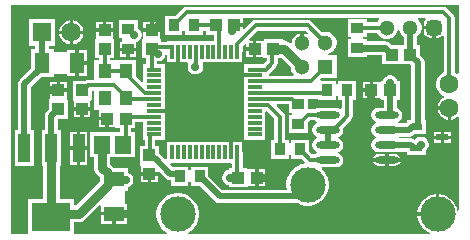
<source format=gtl>
G04*
G04 #@! TF.GenerationSoftware,Altium Limited,Altium Designer,21.8.1 (53)*
G04*
G04 Layer_Physical_Order=1*
G04 Layer_Color=794757*
%FSLAX44Y44*%
%MOMM*%
G71*
G04*
G04 #@! TF.SameCoordinates,07770754-C78C-4D38-BC67-4B072819B11E*
G04*
G04*
G04 #@! TF.FilePolarity,Positive*
G04*
G01*
G75*
%ADD11C,0.6000*%
%ADD35R,1.0000X0.6000*%
%ADD36R,1.0000X0.9000*%
%ADD37O,2.0000X0.6000*%
%ADD38R,0.9000X1.0000*%
%ADD39R,1.0000X1.0000*%
%ADD40R,1.0000X1.0000*%
%ADD41R,1.8000X1.3000*%
%ADD42R,1.0000X2.4000*%
%ADD43R,3.3000X2.4000*%
%ADD44R,1.2000X0.3000*%
%ADD45R,0.3000X1.2000*%
%ADD46R,1.1000X1.3000*%
%ADD47R,1.3000X1.8000*%
%ADD48R,1.4000X1.5000*%
%ADD49C,0.5000*%
%ADD50C,0.3000*%
%ADD51C,0.8000*%
%ADD52C,1.3000*%
G04:AMPARAMS|DCode=53|XSize=1.3mm|YSize=1.3mm|CornerRadius=0.325mm|HoleSize=0mm|Usage=FLASHONLY|Rotation=0.000|XOffset=0mm|YOffset=0mm|HoleType=Round|Shape=RoundedRectangle|*
%AMROUNDEDRECTD53*
21,1,1.3000,0.6500,0,0,0.0*
21,1,0.6500,1.3000,0,0,0.0*
1,1,0.6500,0.3250,-0.3250*
1,1,0.6500,-0.3250,-0.3250*
1,1,0.6500,-0.3250,0.3250*
1,1,0.6500,0.3250,0.3250*
%
%ADD53ROUNDEDRECTD53*%
%ADD54C,1.6000*%
%ADD55C,3.0000*%
%ADD56R,1.3000X1.3000*%
%ADD57R,1.6500X1.6500*%
%ADD58C,1.6500*%
%ADD59C,0.7000*%
G36*
X830125Y970142D02*
X829965Y970035D01*
X828805Y968298D01*
X828397Y966250D01*
Y964500D01*
X837000D01*
Y963000D01*
X838500D01*
Y954397D01*
X840250D01*
X842298Y954805D01*
X844035Y955965D01*
X844142Y956125D01*
X845412Y955740D01*
Y925053D01*
X843246Y923802D01*
X841198Y921754D01*
X839750Y919246D01*
X839000Y916448D01*
Y913552D01*
X839750Y910754D01*
X841198Y908246D01*
X843246Y906198D01*
X845051Y905156D01*
Y903689D01*
X843860Y903002D01*
X841998Y901140D01*
X840682Y898860D01*
X840049Y896500D01*
X850000D01*
Y895000D01*
X851500D01*
Y885049D01*
X853860Y885682D01*
X856140Y886998D01*
X856827Y887685D01*
X858000Y887198D01*
Y808157D01*
X856730Y808032D01*
X856347Y809959D01*
X855065Y813053D01*
X853205Y815837D01*
X850837Y818205D01*
X848053Y820065D01*
X844959Y821347D01*
X841674Y822000D01*
X841500D01*
Y805000D01*
X840000D01*
Y803500D01*
X823000D01*
Y803326D01*
X823653Y800041D01*
X824935Y796947D01*
X826795Y794163D01*
X829163Y791795D01*
X831947Y789935D01*
X833552Y789270D01*
X833300Y788000D01*
X629243D01*
X628857Y789270D01*
X631474Y791019D01*
X633982Y793526D01*
X635951Y796474D01*
X637308Y799750D01*
X638000Y803227D01*
Y806773D01*
X637308Y810250D01*
X635951Y813526D01*
X633982Y816474D01*
X631474Y818981D01*
X628526Y820951D01*
X625250Y822308D01*
X621773Y823000D01*
X618227D01*
X614750Y822308D01*
X611474Y820951D01*
X608526Y818981D01*
X606018Y816474D01*
X604049Y813526D01*
X602692Y810250D01*
X602000Y806773D01*
Y803227D01*
X602692Y799750D01*
X604049Y796474D01*
X606018Y793526D01*
X608526Y791019D01*
X611143Y789270D01*
X610757Y788000D01*
X533770D01*
X532500Y788000D01*
Y798440D01*
X536814D01*
X538641Y798680D01*
X540344Y799386D01*
X541806Y800508D01*
X553827Y812528D01*
X555000Y812042D01*
Y807000D01*
X566000D01*
X577000D01*
Y814000D01*
X575000D01*
Y825000D01*
X578000D01*
Y827807D01*
X578509Y827943D01*
X579991Y828799D01*
X581201Y830009D01*
X582057Y831491D01*
X582500Y833144D01*
Y834856D01*
X582057Y836509D01*
X581201Y837991D01*
X579991Y839201D01*
X578509Y840057D01*
X578000Y840193D01*
Y844000D01*
X566370D01*
X565992Y844492D01*
X563060Y847424D01*
Y853500D01*
X584000D01*
Y874500D01*
X580588D01*
Y878000D01*
X584000D01*
Y882912D01*
X591000D01*
Y878000D01*
Y868000D01*
X591886D01*
Y863000D01*
X588000D01*
Y847000D01*
X588348D01*
X589000Y846000D01*
Y840500D01*
X596000D01*
X603217D01*
X604173Y840896D01*
X609731Y835338D01*
X611551Y834122D01*
X613697Y833696D01*
X614000D01*
Y829000D01*
X629000D01*
Y832000D01*
X631000D01*
Y829000D01*
X638569D01*
X651535Y816035D01*
X653354Y814819D01*
X655500Y814392D01*
X720959D01*
X721474Y814049D01*
X724750Y812692D01*
X728227Y812000D01*
X731773D01*
X735250Y812692D01*
X738526Y814049D01*
X741474Y816019D01*
X743981Y818526D01*
X745951Y821474D01*
X747308Y824750D01*
X748000Y828227D01*
Y831773D01*
X747308Y835250D01*
X745951Y838526D01*
X743981Y841474D01*
X741893Y843562D01*
X742419Y844833D01*
X754000D01*
X756341Y845298D01*
X758326Y846624D01*
X759652Y848609D01*
X760118Y850950D01*
X759652Y853291D01*
X758326Y855276D01*
X756341Y856602D01*
X756086Y856653D01*
Y857947D01*
X756341Y857998D01*
X758326Y859324D01*
X759652Y861309D01*
X760118Y863650D01*
X759652Y865991D01*
X758326Y867976D01*
X756341Y869302D01*
X756086Y869353D01*
Y870648D01*
X756341Y870698D01*
X758326Y872024D01*
X759652Y874009D01*
X760118Y876350D01*
X759847Y877709D01*
X766744Y884606D01*
X767739Y886094D01*
X768088Y887850D01*
Y902000D01*
X771000D01*
Y918000D01*
X756000D01*
Y915000D01*
X754000D01*
Y918000D01*
X741148D01*
X740662Y919173D01*
X741989Y920500D01*
X754500D01*
Y939500D01*
X747425D01*
X747258Y940770D01*
X748667Y941147D01*
X750833Y942398D01*
X752602Y944167D01*
X753853Y946333D01*
X754500Y948749D01*
Y951251D01*
X753853Y953667D01*
X752602Y955833D01*
X750833Y957602D01*
X748667Y958853D01*
X746251Y959500D01*
X743749D01*
X742361Y959128D01*
X733244Y968244D01*
X731756Y969239D01*
X730000Y969588D01*
X686000D01*
X684244Y969239D01*
X682756Y968244D01*
X676173Y961662D01*
X675000Y962148D01*
Y963500D01*
X668000D01*
Y966500D01*
X675000D01*
Y971412D01*
X790181D01*
X790707Y970142D01*
X789398Y968833D01*
X788679Y967588D01*
X780000D01*
Y970000D01*
X764000D01*
Y955000D01*
X767000D01*
Y953000D01*
X764000D01*
Y938000D01*
X780000D01*
Y939382D01*
X792966D01*
X793000Y939349D01*
Y932000D01*
X807730D01*
X809000Y932000D01*
Y932000D01*
X809000D01*
Y932000D01*
X817069D01*
X817892Y931177D01*
Y885000D01*
X814000D01*
Y882431D01*
X813527Y881958D01*
X806407D01*
X806341Y882002D01*
X806086Y882053D01*
Y883347D01*
X806341Y883398D01*
X808326Y884724D01*
X809652Y886709D01*
X810118Y889050D01*
X809652Y891391D01*
X808326Y893376D01*
X806341Y894702D01*
X805608Y894848D01*
Y902000D01*
X808000D01*
Y918000D01*
X806193D01*
X806057Y918509D01*
X805201Y919991D01*
X803991Y921201D01*
X802509Y922057D01*
X800856Y922500D01*
X799144D01*
X797491Y922057D01*
X796009Y921201D01*
X794799Y919991D01*
X793943Y918509D01*
X793807Y918000D01*
X792000D01*
Y917652D01*
X791000Y917000D01*
X785500D01*
Y910000D01*
Y903000D01*
X791000D01*
X792000Y902348D01*
Y902000D01*
X794392D01*
Y895168D01*
X790000D01*
X787659Y894702D01*
X785674Y893376D01*
X784348Y891391D01*
X783883Y889050D01*
X784348Y886709D01*
X785674Y884724D01*
X787659Y883398D01*
X787914Y883347D01*
Y882053D01*
X787659Y882002D01*
X785674Y880676D01*
X784348Y878691D01*
X783883Y876350D01*
X784348Y874009D01*
X785674Y872024D01*
X787659Y870698D01*
X787914Y870648D01*
Y869353D01*
X787659Y869302D01*
X785674Y867976D01*
X784348Y865991D01*
X783883Y863650D01*
X784348Y861309D01*
X785674Y859324D01*
X787659Y857998D01*
X790000Y857533D01*
X804000D01*
X806341Y857998D01*
X806407Y858042D01*
X814000D01*
Y855000D01*
X830000D01*
Y858808D01*
X831201Y860009D01*
X832057Y861491D01*
X832500Y863144D01*
Y864856D01*
X832057Y866509D01*
X831201Y867991D01*
X829991Y869201D01*
X828509Y870057D01*
X826856Y870500D01*
X825144D01*
X823491Y870057D01*
X822009Y869201D01*
X820799Y867991D01*
X820765Y867983D01*
X819496Y868831D01*
X817350Y869258D01*
X807582D01*
X807085Y870528D01*
X807317Y870742D01*
X815850D01*
X817996Y871169D01*
X819815Y872385D01*
X820431Y873000D01*
X830000D01*
Y885000D01*
X829108D01*
Y933500D01*
X828681Y935646D01*
X827465Y937465D01*
X825000Y939931D01*
Y948000D01*
X822608D01*
Y955268D01*
X822833Y955398D01*
X824602Y957167D01*
X825853Y959333D01*
X826500Y961749D01*
Y964251D01*
X825853Y966667D01*
X824602Y968833D01*
X823293Y970142D01*
X823819Y971412D01*
X829740D01*
X830125Y970142D01*
D02*
G37*
G36*
X730276Y958235D02*
X729496Y957219D01*
X728281Y957921D01*
X726500Y958398D01*
Y950000D01*
X723500D01*
Y958398D01*
X721719Y957921D01*
X719781Y956802D01*
X718198Y955219D01*
X717079Y953281D01*
X716500Y951119D01*
Y950281D01*
X715230Y949755D01*
X714992Y949992D01*
X713530Y951115D01*
X711827Y951820D01*
X710000Y952060D01*
X709000D01*
Y953000D01*
X693000D01*
Y952652D01*
X692000Y952000D01*
X686500D01*
Y945000D01*
Y938000D01*
X692000D01*
X693000Y937348D01*
Y937000D01*
X695412D01*
Y934901D01*
X692599Y932088D01*
X685000D01*
X684557Y932000D01*
X676000D01*
Y923000D01*
X676000D01*
Y922000D01*
X676000D01*
Y913000D01*
Y908000D01*
Y898000D01*
Y888000D01*
Y878000D01*
Y868000D01*
X694000D01*
Y873000D01*
Y883000D01*
Y891715D01*
X695270Y892241D01*
X701912Y885600D01*
Y868000D01*
X699000D01*
Y852000D01*
X714000D01*
Y855000D01*
X716000D01*
Y852000D01*
X724511D01*
X727384Y849127D01*
X726966Y847749D01*
X724750Y847308D01*
X721474Y845951D01*
X718526Y843981D01*
X716019Y841474D01*
X714049Y838526D01*
X712692Y835250D01*
X712000Y831773D01*
Y828227D01*
X712326Y826590D01*
X711520Y825608D01*
X657823D01*
X646000Y837431D01*
Y845000D01*
X631000D01*
Y842000D01*
X629000D01*
Y845000D01*
X615931D01*
X613604Y847327D01*
X614090Y848500D01*
X664392D01*
X664750Y848500D01*
X665662Y847635D01*
Y844000D01*
X663000D01*
Y842461D01*
X661491Y842057D01*
X660009Y841201D01*
X658799Y839991D01*
X657943Y838509D01*
X657500Y836856D01*
Y835144D01*
X657943Y833491D01*
X658799Y832009D01*
X660009Y830799D01*
X661491Y829943D01*
X663000Y829539D01*
Y828000D01*
X679000D01*
Y828348D01*
X680000Y829000D01*
X685500D01*
Y836000D01*
Y843000D01*
X680000D01*
X679000Y843652D01*
Y844000D01*
X674838D01*
Y857500D01*
X674750Y857943D01*
Y866500D01*
X666020D01*
X665750Y866500D01*
X664750D01*
X664480Y866500D01*
X610750D01*
Y851840D01*
X609577Y851354D01*
X604465Y856465D01*
X604000Y856776D01*
Y863000D01*
X601062D01*
Y868000D01*
X609000D01*
Y873000D01*
Y883000D01*
Y891730D01*
X609000Y892000D01*
X609000D01*
Y893000D01*
X609000D01*
Y903000D01*
Y913000D01*
Y923000D01*
Y932000D01*
X602588D01*
Y934500D01*
X603856D01*
X605509Y934943D01*
X606991Y935799D01*
X608201Y937009D01*
X609057Y938491D01*
X609500Y940144D01*
X610750Y940096D01*
Y933500D01*
X619480D01*
X619750Y933500D01*
Y933500D01*
X620750D01*
Y933500D01*
X628224D01*
X628868Y932230D01*
X628500Y930856D01*
Y929144D01*
X628943Y927491D01*
X629799Y926009D01*
X631009Y924799D01*
X632491Y923943D01*
X634144Y923500D01*
X635856D01*
X637509Y923943D01*
X638991Y924799D01*
X640201Y926009D01*
X641057Y927491D01*
X641500Y929144D01*
Y930856D01*
X641132Y932230D01*
X641776Y933500D01*
X674750D01*
Y942057D01*
X674838Y942500D01*
Y947350D01*
X676827Y949338D01*
X678000Y948852D01*
Y946500D01*
X683500D01*
Y952000D01*
X681148D01*
X680662Y953173D01*
X687900Y960412D01*
X728100D01*
X730276Y958235D01*
D02*
G37*
G36*
X808147Y959333D02*
X809398Y957167D01*
X811167Y955398D01*
X811392Y955268D01*
Y948898D01*
X810494Y948000D01*
X809000Y948000D01*
Y948000D01*
X809000D01*
Y948000D01*
X801652D01*
X799826Y949826D01*
X797841Y951152D01*
X795500Y951618D01*
X780000D01*
Y953000D01*
X777000D01*
Y955000D01*
X780000D01*
Y958412D01*
X788679D01*
X789398Y957167D01*
X791167Y955398D01*
X793333Y954147D01*
X795749Y953500D01*
X798251D01*
X800667Y954147D01*
X802833Y955398D01*
X804602Y957167D01*
X805853Y959333D01*
X806343Y961162D01*
X807657D01*
X808147Y959333D01*
D02*
G37*
G36*
X858000Y924216D02*
X856827Y923730D01*
X856754Y923802D01*
X854588Y925053D01*
Y971000D01*
X854239Y972756D01*
X853244Y974244D01*
X848244Y979244D01*
X846756Y980239D01*
X845000Y980588D01*
X627500D01*
X625744Y980239D01*
X624256Y979244D01*
X618011Y973000D01*
X609000D01*
Y957000D01*
X624000D01*
Y960000D01*
X626000D01*
Y957000D01*
X641000D01*
Y960412D01*
X644000D01*
Y957000D01*
X650662D01*
Y951500D01*
X620750D01*
X620750Y951500D01*
X619750D01*
Y951500D01*
X619480Y951500D01*
X610750D01*
Y951020D01*
X606000D01*
Y953000D01*
X605652D01*
X605000Y954000D01*
Y959500D01*
X591000D01*
Y954000D01*
X590348Y953000D01*
X590000D01*
Y937000D01*
X593412D01*
Y932000D01*
X591000D01*
Y923000D01*
Y917198D01*
X589827Y916712D01*
X584588Y921951D01*
Y922000D01*
X584500Y922443D01*
Y935500D01*
X567500D01*
Y935500D01*
X566500D01*
Y935500D01*
X562588D01*
Y937000D01*
X566000D01*
Y953000D01*
X565652D01*
X565000Y954000D01*
Y959500D01*
X551000D01*
Y954000D01*
X550348Y953000D01*
X550000D01*
Y937000D01*
X553412D01*
Y935500D01*
X549500D01*
Y918588D01*
X544257D01*
X542502Y918239D01*
X542181Y918025D01*
X542057Y918000D01*
X531000D01*
Y902000D01*
X531348D01*
X532000Y901000D01*
Y895500D01*
X539000D01*
X546000D01*
Y901000D01*
X546652Y902000D01*
X547000D01*
Y909412D01*
X549500D01*
Y893500D01*
X551937D01*
X553000Y893000D01*
Y887500D01*
X560000D01*
Y886000D01*
X561500D01*
Y879000D01*
X567000D01*
X568000Y878348D01*
Y878000D01*
X571412D01*
Y874500D01*
X546000D01*
Y853500D01*
X548940D01*
Y844500D01*
X549180Y842673D01*
X549885Y840970D01*
X551008Y839508D01*
X554000Y836515D01*
Y832671D01*
X533889Y812561D01*
X532500D01*
Y818000D01*
X520061D01*
Y846000D01*
X521000D01*
Y876000D01*
X518608D01*
Y885677D01*
X518931Y886000D01*
X527000D01*
Y902000D01*
X526652D01*
X526000Y903000D01*
Y908500D01*
X519000D01*
X512000D01*
Y903000D01*
X511348Y902000D01*
X511000D01*
Y893931D01*
X509035Y891965D01*
X507819Y890146D01*
X507392Y888000D01*
Y876000D01*
X505000D01*
Y846000D01*
X505940D01*
Y818000D01*
X493500D01*
Y788000D01*
X492230Y788000D01*
X479000D01*
Y982000D01*
X858000D01*
Y924216D01*
D02*
G37*
G36*
X715500Y929515D02*
Y928749D01*
X716147Y926333D01*
X717398Y924167D01*
X718207Y923358D01*
X717681Y922088D01*
X697348D01*
X697152Y922333D01*
X697414Y924035D01*
X697744Y924256D01*
X703244Y929756D01*
X704239Y931244D01*
X704588Y933000D01*
Y937000D01*
X708015D01*
X715500Y929515D01*
D02*
G37*
G36*
X756000Y902000D02*
X758912D01*
Y894512D01*
X757642Y893833D01*
X756341Y894702D01*
X754000Y895168D01*
X740000D01*
X737659Y894702D01*
X736067Y893638D01*
X730050D01*
X730000Y893679D01*
Y902912D01*
X739000D01*
Y902000D01*
X754000D01*
Y905000D01*
X756000D01*
Y902000D01*
D02*
G37*
G36*
X714000Y891000D02*
X717000D01*
Y889000D01*
X714000D01*
Y874000D01*
X730000D01*
Y882511D01*
X731951Y884462D01*
X736067D01*
X737659Y883398D01*
X737914Y883347D01*
Y882053D01*
X737659Y882002D01*
X735674Y880676D01*
X734348Y878691D01*
X733883Y876350D01*
X734348Y874009D01*
X735674Y872024D01*
X737659Y870698D01*
X737914Y870648D01*
Y869353D01*
X737659Y869302D01*
X735674Y867976D01*
X734348Y865991D01*
X733883Y863650D01*
X734348Y861309D01*
X735674Y859324D01*
X737659Y857998D01*
X737914Y857947D01*
Y856653D01*
X737659Y856602D01*
X736067Y855538D01*
X733951D01*
X731000Y858489D01*
Y868000D01*
X716000D01*
Y865000D01*
X714000D01*
Y868000D01*
X711088D01*
Y887500D01*
X710739Y889256D01*
X709744Y890744D01*
X703750Y896739D01*
X704236Y897912D01*
X714000D01*
Y891000D01*
D02*
G37*
%LPC*%
G36*
X835500Y961500D02*
X828397D01*
Y959750D01*
X828805Y957702D01*
X829965Y955965D01*
X831702Y954805D01*
X833750Y954397D01*
X835500D01*
Y961500D01*
D02*
G37*
G36*
X782500Y917000D02*
X777000D01*
Y911500D01*
X782500D01*
Y917000D01*
D02*
G37*
G36*
Y908500D02*
X777000D01*
Y903000D01*
X782500D01*
Y908500D01*
D02*
G37*
G36*
X848500Y893500D02*
X840049D01*
X840682Y891140D01*
X841998Y888860D01*
X843860Y886998D01*
X846140Y885682D01*
X848500Y885049D01*
Y893500D01*
D02*
G37*
G36*
X851000Y875000D02*
X845500D01*
Y871500D01*
X851000D01*
Y875000D01*
D02*
G37*
G36*
X842500D02*
X837000D01*
Y871500D01*
X842500D01*
Y875000D01*
D02*
G37*
G36*
X851000Y868500D02*
X845500D01*
Y865000D01*
X851000D01*
Y868500D01*
D02*
G37*
G36*
X842500D02*
X837000D01*
Y865000D01*
X842500D01*
Y868500D01*
D02*
G37*
G36*
X804000Y856048D02*
X798500D01*
Y852450D01*
X808800D01*
X808710Y852901D01*
X807605Y854555D01*
X805951Y855660D01*
X804000Y856048D01*
D02*
G37*
G36*
X795500D02*
X790000D01*
X788049Y855660D01*
X786395Y854555D01*
X785290Y852901D01*
X785200Y852450D01*
X795500D01*
Y856048D01*
D02*
G37*
G36*
X808800Y849450D02*
X798500D01*
Y845852D01*
X804000D01*
X805951Y846240D01*
X807605Y847345D01*
X808710Y848999D01*
X808800Y849450D01*
D02*
G37*
G36*
X795500D02*
X785200D01*
X785290Y848999D01*
X786395Y847345D01*
X788049Y846240D01*
X790000Y845852D01*
X795500D01*
Y849450D01*
D02*
G37*
G36*
X603000Y837500D02*
X597500D01*
Y832000D01*
X603000D01*
Y837500D01*
D02*
G37*
G36*
X594500D02*
X589000D01*
Y832000D01*
X594500D01*
Y837500D01*
D02*
G37*
G36*
X838500Y822000D02*
X838326D01*
X835041Y821347D01*
X831947Y820065D01*
X829163Y818205D01*
X826795Y815837D01*
X824935Y813053D01*
X823653Y809959D01*
X823000Y806674D01*
Y806500D01*
X838500D01*
Y822000D01*
D02*
G37*
G36*
X577000Y804000D02*
X567500D01*
Y797000D01*
X577000D01*
Y804000D01*
D02*
G37*
G36*
X564500D02*
X555000D01*
Y797000D01*
X564500D01*
Y804000D01*
D02*
G37*
G36*
X683500Y943500D02*
X678000D01*
Y938000D01*
X683500D01*
Y943500D01*
D02*
G37*
G36*
X688500Y843000D02*
Y837500D01*
X694000D01*
Y843000D01*
X688500D01*
D02*
G37*
G36*
X694000Y834500D02*
X688500D01*
Y829000D01*
X694000D01*
Y834500D01*
D02*
G37*
G36*
X605000Y968000D02*
X599500D01*
Y962500D01*
X605000D01*
Y968000D01*
D02*
G37*
G36*
X596500D02*
X591000D01*
Y962500D01*
X596500D01*
Y968000D01*
D02*
G37*
G36*
X565000D02*
X559500D01*
Y962500D01*
X565000D01*
Y968000D01*
D02*
G37*
G36*
X556500D02*
X551000D01*
Y962500D01*
X556500D01*
Y968000D01*
D02*
G37*
G36*
X531500Y969210D02*
Y960500D01*
X540210D01*
X539552Y962956D01*
X538202Y965294D01*
X536294Y967202D01*
X533956Y968551D01*
X531500Y969210D01*
D02*
G37*
G36*
X528500D02*
X526044Y968551D01*
X523706Y967202D01*
X521798Y965294D01*
X520448Y962956D01*
X519790Y960500D01*
X528500D01*
Y969210D01*
D02*
G37*
G36*
X540210Y957500D02*
X531500D01*
Y948790D01*
X533956Y949448D01*
X536294Y950798D01*
X538202Y952706D01*
X539552Y955044D01*
X540210Y957500D01*
D02*
G37*
G36*
X528500D02*
X519790D01*
X520448Y955044D01*
X521798Y952706D01*
X523706Y950798D01*
X526044Y949448D01*
X528500Y948790D01*
Y957500D01*
D02*
G37*
G36*
X586000Y969000D02*
X570000D01*
Y954000D01*
X573000D01*
Y951000D01*
X571000D01*
Y946000D01*
X578000D01*
X585000D01*
Y950807D01*
X585509Y950943D01*
X586991Y951799D01*
X588201Y953009D01*
X589057Y954491D01*
X589500Y956144D01*
Y957856D01*
X589057Y959509D01*
X588201Y960991D01*
X586991Y962201D01*
X586000Y962774D01*
Y969000D01*
D02*
G37*
G36*
X585000Y943000D02*
X579500D01*
Y938000D01*
X585000D01*
Y943000D01*
D02*
G37*
G36*
X576500D02*
X571000D01*
Y938000D01*
X576500D01*
Y943000D01*
D02*
G37*
G36*
X543000Y944000D02*
X536000D01*
Y934500D01*
X543000D01*
Y944000D01*
D02*
G37*
G36*
Y931500D02*
X536000D01*
Y922000D01*
X543000D01*
Y931500D01*
D02*
G37*
G36*
X516250Y970250D02*
X493750D01*
Y947750D01*
X499392D01*
Y945000D01*
X496000D01*
Y928931D01*
X486035Y918965D01*
X484819Y917146D01*
X484392Y915000D01*
Y876000D01*
X482000D01*
Y846000D01*
X498000D01*
Y876000D01*
X495608D01*
Y912677D01*
X503931Y921000D01*
X515000D01*
Y924000D01*
X526000D01*
Y922000D01*
X533000D01*
Y933000D01*
Y944000D01*
X526000D01*
Y942000D01*
X515000D01*
Y945000D01*
X510608D01*
Y947750D01*
X516250D01*
Y970250D01*
D02*
G37*
G36*
X526000Y917000D02*
X520500D01*
Y911500D01*
X526000D01*
Y917000D01*
D02*
G37*
G36*
X517500D02*
X512000D01*
Y911500D01*
X517500D01*
Y917000D01*
D02*
G37*
G36*
X546000Y892500D02*
X540500D01*
Y887000D01*
X546000D01*
Y892500D01*
D02*
G37*
G36*
X537500D02*
X532000D01*
Y887000D01*
X537500D01*
Y892500D01*
D02*
G37*
G36*
X558500Y884500D02*
X553000D01*
Y879000D01*
X558500D01*
Y884500D01*
D02*
G37*
G36*
X543000Y875000D02*
X537500D01*
Y862500D01*
X543000D01*
Y875000D01*
D02*
G37*
G36*
X534500D02*
X529000D01*
Y862500D01*
X534500D01*
Y875000D01*
D02*
G37*
G36*
X543000Y859500D02*
X537500D01*
Y847000D01*
X543000D01*
Y859500D01*
D02*
G37*
G36*
X534500D02*
X529000D01*
Y847000D01*
X534500D01*
Y859500D01*
D02*
G37*
%LPD*%
D11*
X772000Y945500D02*
X795500D01*
X801000Y940000D01*
D35*
X844000Y870000D02*
D03*
X822000Y861000D02*
D03*
Y879000D02*
D03*
D36*
X722000Y881500D02*
D03*
Y898500D02*
D03*
X772000Y962500D02*
D03*
Y945500D02*
D03*
X578000Y961500D02*
D03*
Y944500D02*
D03*
D37*
X797000Y850950D02*
D03*
Y863650D02*
D03*
Y876350D02*
D03*
Y889050D02*
D03*
X747000Y850950D02*
D03*
Y863650D02*
D03*
Y876350D02*
D03*
Y889050D02*
D03*
D38*
X723500Y860000D02*
D03*
X706500D02*
D03*
X616500Y965000D02*
D03*
X633500D02*
D03*
X763500Y910000D02*
D03*
X746500D02*
D03*
X638500Y837000D02*
D03*
X621500D02*
D03*
D39*
X668000Y965000D02*
D03*
X652000D02*
D03*
X784000Y910000D02*
D03*
X800000D02*
D03*
X817000Y940000D02*
D03*
X801000D02*
D03*
X685000Y945000D02*
D03*
X701000D02*
D03*
X576000Y886000D02*
D03*
X560000D02*
D03*
X687000Y836000D02*
D03*
X671000D02*
D03*
D40*
X596000Y855000D02*
D03*
Y839000D02*
D03*
X519000Y894000D02*
D03*
Y910000D02*
D03*
X539000Y894000D02*
D03*
Y910000D02*
D03*
X558000Y945000D02*
D03*
Y961000D02*
D03*
X598000Y945000D02*
D03*
Y961000D02*
D03*
D41*
X566000Y834500D02*
D03*
Y805500D02*
D03*
D42*
X536000Y861000D02*
D03*
X513000D02*
D03*
X490000D02*
D03*
D43*
X513000Y803000D02*
D03*
D44*
X600000Y927500D02*
D03*
Y922500D02*
D03*
Y917500D02*
D03*
Y912500D02*
D03*
Y907500D02*
D03*
Y902500D02*
D03*
Y897500D02*
D03*
Y892500D02*
D03*
Y887500D02*
D03*
Y882500D02*
D03*
Y877500D02*
D03*
Y872500D02*
D03*
X685000D02*
D03*
Y877500D02*
D03*
Y882500D02*
D03*
Y887500D02*
D03*
Y892500D02*
D03*
Y897500D02*
D03*
Y902500D02*
D03*
Y907500D02*
D03*
Y912500D02*
D03*
Y917500D02*
D03*
Y922500D02*
D03*
Y927500D02*
D03*
D45*
X615250Y857500D02*
D03*
X620250D02*
D03*
X625250D02*
D03*
X630250D02*
D03*
X635250D02*
D03*
X640250D02*
D03*
X645250D02*
D03*
X650250D02*
D03*
X655250D02*
D03*
X660250D02*
D03*
X665250D02*
D03*
X670250D02*
D03*
Y942500D02*
D03*
X665250D02*
D03*
X660250D02*
D03*
X655250D02*
D03*
X650250D02*
D03*
X645250D02*
D03*
X640250D02*
D03*
X635250D02*
D03*
X630250D02*
D03*
X625250D02*
D03*
X620250D02*
D03*
X615250D02*
D03*
D46*
X576000Y926000D02*
D03*
Y903000D02*
D03*
X558000D02*
D03*
Y926000D02*
D03*
D47*
X534500Y933000D02*
D03*
X505500D02*
D03*
D48*
X574000Y864000D02*
D03*
X556000D02*
D03*
D49*
X719895Y825324D02*
X725324D01*
X655500Y820000D02*
X730000D01*
X641000Y834500D02*
X655500Y820000D01*
X725324Y825324D02*
X730000Y830000D01*
X600500Y852500D02*
X613697Y839303D01*
X621500Y837000D02*
Y837303D01*
X613697Y839303D02*
X619500D01*
X621500Y837303D01*
X725648Y825000D02*
X737500D01*
X638500Y836500D02*
Y837000D01*
Y836500D02*
X640500Y834500D01*
X641000D01*
X817350Y863650D02*
X820000Y861000D01*
X797000Y863650D02*
X817350D01*
X820000Y861000D02*
X822000D01*
X596000Y855000D02*
X598500Y852500D01*
X600500D01*
X800000Y889512D02*
Y910000D01*
X797000Y889050D02*
X799538D01*
X800000Y889512D01*
X747000Y863650D02*
Y876350D01*
X819000Y879500D02*
X823500D01*
X797000Y876350D02*
X815850D01*
X823500Y879500D02*
Y933500D01*
X815850Y876350D02*
X819000Y879500D01*
X490000Y915000D02*
X501500Y926500D01*
X490000Y861241D02*
Y915000D01*
X513000Y866000D02*
Y888000D01*
X519000Y894000D01*
X501500Y926500D02*
X505500Y930500D01*
X501500Y926500D02*
X501500D01*
X505500Y930500D02*
Y933000D01*
X817000Y940000D02*
X823500Y933500D01*
X817000Y940000D02*
Y963000D01*
X505000Y959000D02*
Y962000D01*
Y937000D02*
Y959000D01*
D50*
X558000Y926000D02*
Y945000D01*
Y926000D02*
X558000Y926000D01*
X599432Y946432D02*
X615250D01*
X670250Y837757D02*
X672007Y836000D01*
X598000Y927500D02*
Y945000D01*
X850000Y915000D02*
Y971000D01*
X627500Y976000D02*
X845000D01*
X850000Y971000D01*
X620000Y968500D02*
X627500Y976000D01*
X616500Y965500D02*
X619500Y968500D01*
X616500Y965000D02*
Y965500D01*
X619500Y968500D02*
X620000D01*
X686000Y965000D02*
X730000D01*
X670250Y949250D02*
X686000Y965000D01*
X730000D02*
X745000Y950000D01*
X732500Y917500D02*
X745000Y930000D01*
X732050Y850950D02*
X747000D01*
X724000Y859000D02*
X732050Y850950D01*
X722500Y881500D02*
X730050Y889050D01*
X747000D01*
X685000Y897500D02*
X696500D01*
X706500Y860000D02*
Y887500D01*
X696500Y897500D02*
X706500Y887500D01*
X716500Y902500D02*
X720000Y899000D01*
X635000Y930000D02*
X635250Y930250D01*
Y942500D01*
X578000Y961500D02*
X578500D01*
X652000Y965000D02*
X655250Y961750D01*
X652000Y965000D02*
X655000D01*
X636500D02*
X652000D01*
X655250Y942500D02*
Y961750D01*
X670250Y942500D02*
Y949250D01*
X685000Y907500D02*
X747000D01*
X763500Y887850D02*
Y910000D01*
X752327Y876677D02*
X763500Y887850D01*
X685000Y917500D02*
X732500D01*
X685000Y902500D02*
X716500D01*
X700000Y933000D02*
Y944000D01*
X685000Y927500D02*
X694500D01*
X700000Y933000D01*
X670250Y837757D02*
Y857500D01*
X612500Y892500D02*
X613000Y892000D01*
X600000Y892500D02*
X612500D01*
X672500Y922500D02*
X685000D01*
X666000Y923000D02*
X667000Y922000D01*
X672000D02*
X672500Y922500D01*
X667000Y922000D02*
X672000D01*
X772000Y962500D02*
X772500Y963000D01*
X797000D01*
X700000Y944000D02*
X701000Y945000D01*
X665250Y857500D02*
Y881750D01*
X662000Y885000D02*
X665250Y881750D01*
X620250Y923750D02*
Y942500D01*
Y923750D02*
X623000Y921000D01*
X566000Y914000D02*
X576000Y904000D01*
X542500Y913500D02*
X543757D01*
X544257Y914000D01*
X539000Y910000D02*
X542500Y913500D01*
X544257Y914000D02*
X566000D01*
X576000Y864000D02*
Y885000D01*
X572000Y860000D02*
X576000Y864000D01*
Y885000D02*
X578500Y887500D01*
X596474Y859526D02*
X597000Y859000D01*
X596474Y859526D02*
Y872500D01*
X596500D01*
X578500Y887500D02*
X600000D01*
X576000Y903000D02*
X576500Y902500D01*
X600000D01*
X580000Y920050D02*
X592550Y907500D01*
X576000Y926000D02*
X580000Y922000D01*
Y920050D02*
Y922000D01*
X592550Y907500D02*
X600000D01*
X558000Y926000D02*
X576000D01*
X598000Y945000D02*
X599432Y946432D01*
X615250Y942500D02*
Y946432D01*
X598000Y927500D02*
X600000D01*
X576000Y903000D02*
Y904000D01*
D51*
X710000Y945000D02*
X725000Y930000D01*
X707000Y945000D02*
X710000D01*
X561000Y837000D02*
Y839500D01*
X556000Y844500D02*
X561000Y839500D01*
X556000Y844500D02*
Y864000D01*
X561000Y837000D02*
X563500Y834500D01*
X515500Y805500D02*
X536814D01*
X513000Y803000D02*
X515500Y805500D01*
X536814D02*
X561000Y829686D01*
Y832000D02*
X563500Y834500D01*
X561000Y829686D02*
Y832000D01*
X563500Y834500D02*
X566000D01*
X513000Y861000D02*
Y866000D01*
Y803000D02*
Y861000D01*
D52*
X797000Y963000D02*
D03*
X817000D02*
D03*
X745000Y950000D02*
D03*
X725000Y930000D02*
D03*
Y950000D02*
D03*
D53*
X837000Y963000D02*
D03*
D54*
X850000Y915000D02*
D03*
Y895000D02*
D03*
D55*
X730000Y830000D02*
D03*
X620000Y805000D02*
D03*
X840000D02*
D03*
D56*
X745000Y930000D02*
D03*
D57*
X505000Y959000D02*
D03*
D58*
X530000D02*
D03*
D59*
X784000Y904000D02*
D03*
X694000Y836000D02*
D03*
X576000Y834000D02*
D03*
Y805000D02*
D03*
X513000Y910000D02*
D03*
X664000Y836000D02*
D03*
X666000Y960000D02*
D03*
X603000Y964000D02*
D03*
X583000Y957000D02*
D03*
X635000Y930000D02*
D03*
X826000Y864000D02*
D03*
X545000Y881000D02*
D03*
X800000Y916000D02*
D03*
X623000Y901000D02*
D03*
X644000Y879000D02*
D03*
Y920000D02*
D03*
X665000Y902000D02*
D03*
X707000Y945000D02*
D03*
X603000Y941000D02*
D03*
M02*

</source>
